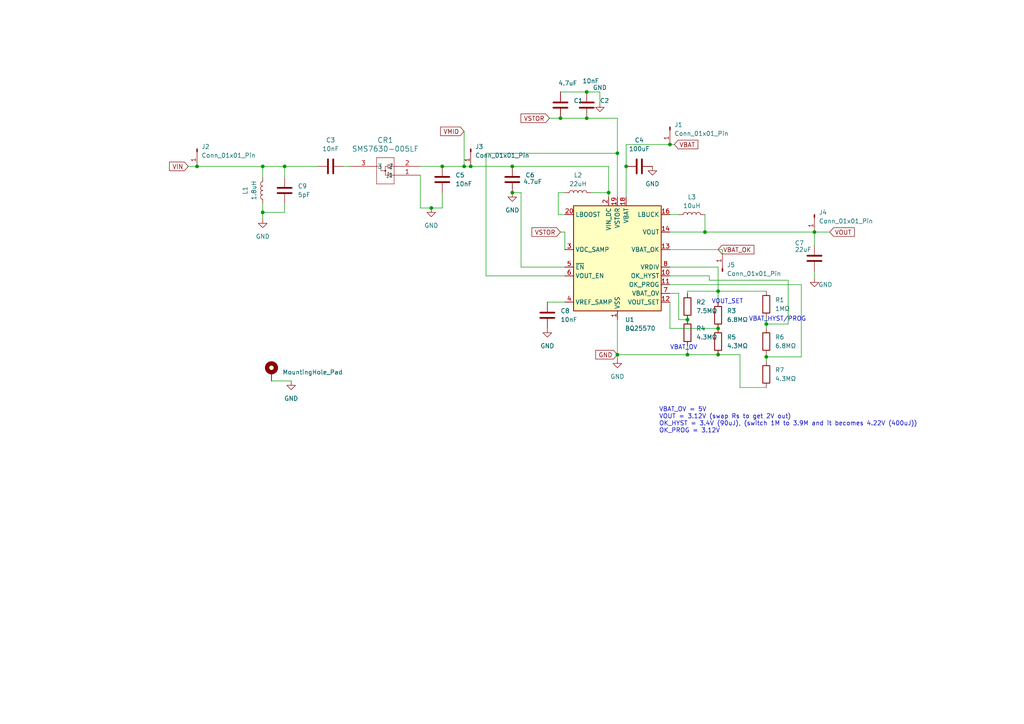
<source format=kicad_sch>
(kicad_sch (version 20231120) (generator "eeschema") (generator_version "8.0")
  (paper "A4")
  (lib_symbols
    (symbol "Battery_Management:BQ25570"
      (property "Reference" "U" (at -12.7 16.51 0))
      (property "Value" "BQ25570" (at 10.16 16.51 0))
      (symbol "BQ25570_0_1"
        (rectangle (start -12.7 15.24) (end 12.7 -15.24) (stroke (width 0.254)) (fill (type background)))
      )
      (symbol "BQ25570_1_1"
        (pin power_in line (at 0 -17.78 90) (length 2.54) (name "VSS") (number "1"))
        (pin input line (at 15.24 -5.08 180) (length 2.54) (name "OK_HYST") (number "10"))
        (pin input line (at 15.24 -7.62 180) (length 2.54) (name "OK_PROG") (number "11"))
        (pin input line (at 15.24 -12.7 180) (length 2.54) (name "VOUT_SET") (number "12"))
        (pin output line (at 15.24 2.54 180) (length 2.54) (name "VBAT_OK") (number "13"))
        (pin input line (at 15.24 7.62 180) (length 2.54) (name "VOUT") (number "14"))
        (pin passive line (at 0 -17.78 90) (length 2.54) hide (name "VSS") (number "15"))
        (pin passive line (at 15.24 12.7 180) (length 2.54) (name "LBUCK") (number "16"))
        (pin passive line (at 0 -17.78 90) (length 2.54) hide (name "VSS") (number "17"))
        (pin power_in line (at 2.54 17.78 270) (length 2.54) (name "VBAT") (number "18"))
        (pin power_out line (at 0 17.78 270) (length 2.54) (name "VSTOR") (number "19"))
        (pin power_in line (at -2.54 17.78 270) (length 2.54) (name "VIN_DC") (number "2"))
        (pin passive line (at -15.24 12.7 0) (length 2.54) (name "LBOOST") (number "20"))
        (pin passive line (at 0 -17.78 90) (length 2.54) hide (name "VSS") (number "21"))
        (pin input line (at -15.24 2.54 0) (length 2.54) (name "VOC_SAMP") (number "3"))
        (pin passive line (at -15.24 -12.7 0) (length 2.54) (name "VREF_SAMP") (number "4"))
        (pin input line (at -15.24 -2.54 0) (length 2.54) (name "~{EN}") (number "5"))
        (pin input line (at -15.24 -5.08 0) (length 2.54) (name "VOUT_EN") (number "6"))
        (pin input line (at 15.24 -10.16 180) (length 2.54) (name "VBAT_OV") (number "7"))
        (pin output line (at 15.24 -2.54 180) (length 2.54) (name "VRDIV") (number "8"))
        (pin passive line (at 0 -17.78 90) (length 2.54) hide (name "VSS") (number "9"))
      )
    )
    (symbol "Connector:Conn_01x01_Pin" (pin_names (offset 1.016) hide)
      (property "Reference" "J" (at 0 2.54 0))
      (property "Value" "Conn_01x01_Pin" (at 0 -2.54 0))
      (symbol "Conn_01x01_Pin_1_1"
        (polyline (pts (xy 1.27 0) (xy 0.8636 0)) (stroke (width 0.1524)))
        (rectangle (start 0.8636 0.127) (end 0 -0.127) (stroke (width 0.1524)) (fill (type outline)))
        (pin passive line (at 5.08 0 180) (length 3.81) (name "Pin_1") (number "1"))
      )
    )
    (symbol "Device:C" (pin_numbers hide) (pin_names (offset 0.254))
      (property "Reference" "C" (at 0.635 2.54 0))
      (property "Value" "C" (at 0.635 -2.54 0))
      (symbol "C_0_1"
        (polyline (pts (xy -2.032 -0.762) (xy 2.032 -0.762)) (stroke (width 0.508)))
        (polyline (pts (xy -2.032 0.762) (xy 2.032 0.762)) (stroke (width 0.508)))
      )
      (symbol "C_1_1"
        (pin passive line (at 0 3.81 270) (length 2.794) (name "~") (number "1"))
        (pin passive line (at 0 -3.81 90) (length 2.794) (name "~") (number "2"))
      )
    )
    (symbol "Device:L" (pin_numbers hide) (pin_names (offset 1.016) hide)
      (property "Reference" "L" (at -1.27 0 90))
      (property "Value" "L" (at 1.905 0 90))
      (symbol "L_0_1"
        (arc (start 0 -2.54) (mid 0.6323 -1.905) (end 0 -1.27))
        (arc (start 0 -1.27) (mid 0.6323 -0.635) (end 0 0))
        (arc (start 0 0) (mid 0.6323 0.635) (end 0 1.27))
        (arc (start 0 1.27) (mid 0.6323 1.905) (end 0 2.54))
      )
      (symbol "L_1_1"
        (pin passive line (at 0 3.81 270) (length 1.27) (name "1") (number "1"))
        (pin passive line (at 0 -3.81 90) (length 1.27) (name "2") (number "2"))
      )
    )
    (symbol "Device:R" (pin_numbers hide) (pin_names (offset 0))
      (property "Reference" "R" (at 2.032 0 90))
      (property "Value" "R" (at 0 0 90))
      (symbol "R_0_1"
        (rectangle (start -1.016 -2.54) (end 1.016 2.54) (stroke (width 0.254)))
      )
      (symbol "R_1_1"
        (pin passive line (at 0 3.81 270) (length 1.27) (name "~") (number "1"))
        (pin passive line (at 0 -3.81 90) (length 1.27) (name "~") (number "2"))
      )
    )
    (symbol "Mechanical:MountingHole_Pad" (pin_numbers hide) (pin_names (offset 1.016) hide)
      (property "Reference" "H" (at 0 6.35 0))
      (property "Value" "MountingHole_Pad" (at 0 4.445 0))
      (symbol "MountingHole_Pad_0_1"
        (circle (center 0 1.27) (radius 1.27) (stroke (width 1.27)))
      )
      (symbol "MountingHole_Pad_1_1"
        (pin input line (at 0 -2.54 90) (length 2.54) (name "1") (number "1"))
      )
    )
    (symbol "SMS7621-005LF:SMS7621-005LF" (pin_names (offset 0.254))
      (property "Reference" "CR" (at 10.16 7.62 0))
      (property "Value" "SMS7621-005LF" (at 10.16 5.08 0))
      (symbol "SMS7621-005LF_0_1"
        (polyline (pts (xy 7.62 -5.08) (xy 12.7 -5.08)) (stroke (width 0.127)))
        (polyline (pts (xy 7.62 -2.54) (xy 8.382 -2.54)) (stroke (width 0.127)))
        (polyline (pts (xy 7.62 0) (xy 8.382 0)) (stroke (width 0.127)))
        (polyline (pts (xy 7.62 2.54) (xy 7.62 -5.08)) (stroke (width 0.127)))
        (polyline (pts (xy 8.128 -3.048) (xy 8.128 -3.302)) (stroke (width 0.127)))
        (polyline (pts (xy 8.382 -3.302) (xy 8.128 -3.302)) (stroke (width 0.127)))
        (polyline (pts (xy 8.382 -3.302) (xy 8.382 -1.778)) (stroke (width 0.127)))
        (polyline (pts (xy 8.382 -2.54) (xy 9.398 -2.032)) (stroke (width 0.127)))
        (polyline (pts (xy 8.382 -1.778) (xy 8.636 -1.778)) (stroke (width 0.127)))
        (polyline (pts (xy 8.382 -0.508) (xy 8.382 0.508)) (stroke (width 0.127)))
        (polyline (pts (xy 8.382 0.508) (xy 9.398 0)) (stroke (width 0.127)))
        (polyline (pts (xy 8.636 -2.032) (xy 8.636 -1.778)) (stroke (width 0.127)))
        (polyline (pts (xy 9.144 -0.508) (xy 9.144 -0.762)) (stroke (width 0.127)))
        (polyline (pts (xy 9.398 -3.048) (xy 8.382 -2.54)) (stroke (width 0.127)))
        (polyline (pts (xy 9.398 -2.032) (xy 9.398 -3.048)) (stroke (width 0.127)))
        (polyline (pts (xy 9.398 -0.762) (xy 9.144 -0.762)) (stroke (width 0.127)))
        (polyline (pts (xy 9.398 0) (xy 8.382 -0.508)) (stroke (width 0.127)))
        (polyline (pts (xy 9.398 0.762) (xy 9.398 -0.762)) (stroke (width 0.127)))
        (polyline (pts (xy 9.398 0.762) (xy 9.652 0.762)) (stroke (width 0.127)))
        (polyline (pts (xy 9.652 0.508) (xy 9.652 0.762)) (stroke (width 0.127)))
        (polyline (pts (xy 10.16 -2.54) (xy 9.398 -2.54)) (stroke (width 0.127)))
        (polyline (pts (xy 10.16 0) (xy 9.398 0)) (stroke (width 0.127)))
        (polyline (pts (xy 10.16 0) (xy 10.16 -2.54)) (stroke (width 0.127)))
        (polyline (pts (xy 11.43 -1.27) (xy 10.16 -1.27)) (stroke (width 0.127)))
        (polyline (pts (xy 11.43 -1.27) (xy 11.43 -2.54)) (stroke (width 0.127)))
        (polyline (pts (xy 12.7 -5.08) (xy 12.7 2.54)) (stroke (width 0.127)))
        (polyline (pts (xy 12.7 -2.54) (xy 11.43 -2.54)) (stroke (width 0.127)))
        (polyline (pts (xy 12.7 2.54) (xy 7.62 2.54)) (stroke (width 0.127)))
        (circle (center 10.16 -1.27) (radius 0.127) (stroke (width 0.254)))
        (pin unspecified line (at 0 0 0) (length 7.62) (name "1") (number "1"))
        (pin unspecified line (at 0 -2.54 0) (length 7.62) (name "2") (number "2"))
        (pin unspecified line (at 20.32 -2.54 180) (length 7.62) (name "3") (number "3"))
      )
    )
    (symbol "power:GND" (power) (pin_names (offset 0))
      (property "Value" "GND" (at 0 -3.81 0))
      (symbol "GND_0_1"
        (polyline (pts (xy 0 0) (xy 0 -1.27) (xy 1.27 -1.27) (xy 0 -2.54) (xy -1.27 -1.27) (xy 0 -1.27)))
      )
      (symbol "GND_1_1"
        (pin power_in line (at 0 0 270) (length 0) hide (name "GND") (number "1"))
      )
    )
  )
  (junction (at 179.07 44.45))
  (junction (at 176.53 55.88))
  (junction (at 148.59 48.26))
  (junction (at 125.095 60.325))
  (junction (at 148.59 55.88))
  (junction (at 208.28 102.87))
  (junction (at 136.525 48.26))
  (junction (at 199.39 92.71))
  (junction (at 194.31 41.91))
  (junction (at 128.27 48.26))
  (junction (at 170.18 34.29))
  (junction (at 134.62 48.26))
  (junction (at 162.56 34.29))
  (junction (at 76.2 48.26))
  (junction (at 179.07 102.87))
  (junction (at 222.25 103.505))
  (junction (at 57.15 48.26))
  (junction (at 170.18 26.67))
  (junction (at 208.28 95.25))
  (junction (at 236.22 67.31))
  (junction (at 76.2 61.595))
  (junction (at 82.55 48.26))
  (junction (at 222.25 93.98))
  (junction (at 208.28 84.455))
  (junction (at 199.39 102.87))
  (junction (at 181.61 48.26))
  (junction (at 204.47 67.31))
  (wire (pts (xy 205.74 80.01) (xy 205.74 81.28)))
  (wire (pts (xy 194.31 72.39) (xy 209.55 72.39)))
  (wire (pts (xy 199.39 102.87) (xy 208.28 102.87)))
  (wire (pts (xy 163.83 67.31) (xy 163.83 72.39)))
  (wire (pts (xy 121.92 60.325) (xy 125.095 60.325)))
  (wire (pts (xy 214.63 112.395) (xy 222.25 112.395)))
  (wire (pts (xy 181.61 41.91) (xy 194.31 41.91)))
  (wire (pts (xy 161.925 55.88) (xy 163.83 55.88)))
  (wire (pts (xy 162.56 67.31) (xy 163.83 67.31)))
  (wire (pts (xy 78.74 110.49) (xy 84.455 110.49)))
  (wire (pts (xy 161.925 62.23) (xy 163.83 62.23)))
  (wire (pts (xy 208.28 87.63) (xy 208.28 84.455)))
  (wire (pts (xy 179.07 44.45) (xy 179.07 57.15)))
  (wire (pts (xy 148.59 48.26) (xy 176.53 48.26)))
  (wire (pts (xy 82.55 48.26) (xy 92.075 48.26)))
  (wire (pts (xy 82.55 61.595) (xy 76.2 61.595)))
  (wire (pts (xy 76.2 48.26) (xy 76.2 51.435)))
  (wire (pts (xy 179.07 34.29) (xy 170.18 34.29)))
  (wire (pts (xy 222.25 103.505) (xy 222.25 104.775)))
  (wire (pts (xy 204.47 67.31) (xy 194.31 67.31)))
  (wire (pts (xy 208.28 84.455) (xy 208.28 77.47)))
  (wire (pts (xy 151.13 77.47) (xy 163.83 77.47)))
  (wire (pts (xy 128.27 48.26) (xy 134.62 48.26)))
  (wire (pts (xy 222.25 93.98) (xy 222.25 95.25)))
  (wire (pts (xy 196.85 92.71) (xy 199.39 92.71)))
  (wire (pts (xy 199.39 84.455) (xy 208.28 84.455)))
  (wire (pts (xy 173.99 26.67) (xy 173.99 29.845)))
  (wire (pts (xy 179.07 102.87) (xy 199.39 102.87)))
  (wire (pts (xy 194.31 87.63) (xy 194.31 95.25)))
  (wire (pts (xy 158.75 87.63) (xy 163.83 87.63)))
  (wire (pts (xy 162.56 34.29) (xy 170.18 34.29)))
  (wire (pts (xy 232.41 103.505) (xy 222.25 103.505)))
  (wire (pts (xy 214.63 102.87) (xy 208.28 102.87)))
  (wire (pts (xy 136.525 48.26) (xy 148.59 48.26)))
  (wire (pts (xy 57.15 48.26) (xy 76.2 48.26)))
  (wire (pts (xy 228.6 81.28) (xy 228.6 93.98)))
  (wire (pts (xy 176.53 48.26) (xy 176.53 55.88)))
  (wire (pts (xy 236.22 67.31) (xy 240.665 67.31)))
  (wire (pts (xy 228.6 93.98) (xy 222.25 93.98)))
  (wire (pts (xy 208.28 84.455) (xy 222.25 84.455)))
  (wire (pts (xy 179.07 102.87) (xy 179.07 104.14)))
  (wire (pts (xy 194.31 41.91) (xy 195.58 41.91)))
  (wire (pts (xy 125.095 60.325) (xy 128.27 60.325)))
  (wire (pts (xy 121.92 48.26) (xy 128.27 48.26)))
  (wire (pts (xy 204.47 62.23) (xy 204.47 67.31)))
  (wire (pts (xy 194.31 82.55) (xy 232.41 82.55)))
  (wire (pts (xy 134.62 38.1) (xy 134.62 48.26)))
  (wire (pts (xy 209.55 72.39) (xy 209.55 73.66)))
  (wire (pts (xy 159.385 34.29) (xy 162.56 34.29)))
  (wire (pts (xy 214.63 112.395) (xy 214.63 102.87)))
  (wire (pts (xy 199.39 100.33) (xy 199.39 102.87)))
  (wire (pts (xy 204.47 67.31) (xy 236.22 67.31)))
  (wire (pts (xy 140.97 44.45) (xy 179.07 44.45)))
  (wire (pts (xy 99.695 48.26) (xy 101.6 48.26)))
  (wire (pts (xy 194.31 85.09) (xy 196.85 85.09)))
  (wire (pts (xy 76.2 59.055) (xy 76.2 61.595)))
  (wire (pts (xy 162.56 26.67) (xy 170.18 26.67)))
  (wire (pts (xy 194.31 95.25) (xy 208.28 95.25)))
  (wire (pts (xy 199.39 85.09) (xy 199.39 84.455)))
  (wire (pts (xy 194.31 62.23) (xy 196.85 62.23)))
  (wire (pts (xy 171.45 55.88) (xy 176.53 55.88)))
  (wire (pts (xy 140.97 80.01) (xy 140.97 44.45)))
  (wire (pts (xy 170.18 26.67) (xy 173.99 26.67)))
  (wire (pts (xy 181.61 48.26) (xy 181.61 41.91)))
  (wire (pts (xy 222.25 92.075) (xy 222.25 93.98)))
  (wire (pts (xy 82.55 48.26) (xy 82.55 51.435)))
  (wire (pts (xy 236.22 78.74) (xy 236.22 80.645)))
  (wire (pts (xy 208.28 77.47) (xy 194.31 77.47)))
  (wire (pts (xy 236.22 67.31) (xy 236.22 71.12)))
  (wire (pts (xy 161.925 62.23) (xy 161.925 55.88)))
  (wire (pts (xy 82.55 59.055) (xy 82.55 61.595)))
  (wire (pts (xy 128.27 60.325) (xy 128.27 55.88)))
  (wire (pts (xy 179.07 92.71) (xy 179.07 102.87)))
  (wire (pts (xy 194.31 80.01) (xy 205.74 80.01)))
  (wire (pts (xy 176.53 57.15) (xy 176.53 55.88)))
  (wire (pts (xy 76.2 48.26) (xy 82.55 48.26)))
  (wire (pts (xy 54.61 48.26) (xy 57.15 48.26)))
  (wire (pts (xy 121.92 50.8) (xy 121.92 60.325)))
  (wire (pts (xy 76.2 61.595) (xy 76.2 63.5)))
  (wire (pts (xy 205.74 81.28) (xy 228.6 81.28)))
  (wire (pts (xy 140.97 80.01) (xy 163.83 80.01)))
  (wire (pts (xy 196.85 85.09) (xy 196.85 92.71)))
  (wire (pts (xy 222.25 102.87) (xy 222.25 103.505)))
  (wire (pts (xy 151.13 77.47) (xy 151.13 55.88)))
  (wire (pts (xy 148.59 55.88) (xy 151.13 55.88)))
  (wire (pts (xy 179.07 44.45) (xy 179.07 34.29)))
  (wire (pts (xy 181.61 48.26) (xy 181.61 57.15)))
  (wire (pts (xy 134.62 48.26) (xy 136.525 48.26)))
  (wire (pts (xy 232.41 82.55) (xy 232.41 103.505)))
  (text "VOUT_SET" (at 206.375 88.265 0) (effects (font (size 1.27 1.27)) (justify left bottom)))
  (text "VBAT_HYST/PROG" (at 217.17 93.345 0) (effects (font (size 1.27 1.27)) (justify left bottom)))
  (text "VBAT_OV" (at 194.31 101.6 0) (effects (font (size 1.27 1.27)) (justify left bottom)))
  (text "VBAT_OV = 5V\nVOUT = 3.12V (swap Rs to get 2V out)\nOK_HYST = 3.4V (90uJ), (switch 1M to 3.9M and it becomes 4.22V (400uJ))\nOK_PROG = 3.12V\n" (at 191.135 125.73 0) (effects (font (size 1.27 1.27)) (justify left bottom)))
  (global_label "VSTOR" (shape input) (at 162.56 67.31 180) (property "Intersheetrefs" "${INTERSHEET_REFS}" (effects (hide yes))))
  (global_label "VIN" (shape input) (at 54.61 48.26 180) (property "Intersheetrefs" "${INTERSHEET_REFS}" (effects (hide yes))))
  (global_label "VSTOR" (shape input) (at 159.385 34.29 180) (property "Intersheetrefs" "${INTERSHEET_REFS}" (effects (hide yes))))
  (global_label "VBAT_OK" (shape input) (at 208.28 72.39 0) (property "Intersheetrefs" "${INTERSHEET_REFS}" (effects (hide yes))))
  (global_label "VMID" (shape input) (at 134.62 38.1 180) (property "Intersheetrefs" "${INTERSHEET_REFS}" (effects (hide yes))))
  (global_label "VBAT" (shape input) (at 195.58 41.91 0) (property "Intersheetrefs" "${INTERSHEET_REFS}" (effects (hide yes))))
  (global_label "GND" (shape input) (at 179.07 102.87 180) (property "Intersheetrefs" "${INTERSHEET_REFS}" (effects (hide yes))))
  (global_label "VOUT" (shape input) (at 240.665 67.31 0) (property "Intersheetrefs" "${INTERSHEET_REFS}" (effects (hide yes))))
  (symbol (lib_id "Device:R") (at 208.28 91.44 0) (unit 1)
    (property "Reference" "R3" (at 210.82 90.17 0) (effects (justify left)))
    (property "Value" "6.8MΩ" (at 210.82 92.71 0) (effects (justify left)))
    (property "Footprint" "Resistor_SMD:R_0402_1005Metric" (effects (hide yes)))
  )
  (symbol (lib_id "Device:C") (at 162.56 30.48 0) (unit 1)
    (property "Reference" "C1" (at 166.37 29.21 0) (effects (justify left)))
    (property "Value" "4.7uF" (at 161.925 24.13 0) (effects (justify left)))
    (property "Footprint" "Capacitor_SMD:C_0402_1005Metric" (effects (hide yes)))
  )
  (symbol (lib_id "Device:R") (at 199.39 88.9 0) (unit 1)
    (property "Reference" "R2" (at 201.93 87.63 0) (effects (justify left)))
    (property "Value" "7.5MΩ" (at 201.93 90.17 0) (effects (justify left)))
    (property "Footprint" "Resistor_SMD:R_0402_1005Metric" (effects (hide yes)))
  )
  (symbol (lib_id "power:GND") (at 158.75 95.25 0) (unit 1)
    (property "Reference" "#PWR07" (effects (hide yes)))
    (property "Value" "GND" (at 158.75 100.33 0))
  )
  (symbol (lib_id "Device:R") (at 222.25 108.585 0) (unit 1)
    (property "Reference" "R7" (at 224.79 107.315 0) (effects (justify left)))
    (property "Value" "4.3MΩ" (at 224.79 109.855 0) (effects (justify left)))
    (property "Footprint" "Resistor_SMD:R_0402_1005Metric" (effects (hide yes)))
  )
  (symbol (lib_id "Device:C") (at 82.55 55.245 180) (unit 1)
    (property "Reference" "C9" (at 86.36 53.9749 0) (effects (justify right)))
    (property "Value" "5pF" (at 86.36 56.5149 0) (effects (justify right)))
    (property "Footprint" "Capacitor_SMD:C_0402_1005Metric" (effects (hide yes)))
  )
  (symbol (lib_id "Connector:Conn_01x01_Pin") (at 136.525 43.18 270) (unit 1)
    (property "Reference" "J3" (at 137.795 42.545 90) (effects (justify left)))
    (property "Value" "Conn_01x01_Pin" (at 137.795 45.085 90) (effects (justify left)))
    (property "Footprint" "TestPoint:TestPoint_Pad_D1.0mm" (effects (hide yes)))
  )
  (symbol (lib_id "SMS7621-005LF:SMS7621-005LF") (at 121.92 50.8 180) (unit 1)
    (property "Reference" "CR1" (at 111.76 40.64 0) (effects (font (size 1.524 1.524))))
    (property "Value" "SMS7630-005LF" (at 111.76 43.18 0) (effects (font (size 1.524 1.524))))
    (property "Footprint" "SMS7621-005LF:SOT-23_SKY" (effects (hide yes)))
    (property "Datasheet" "SMS7621-005LF" (effects (hide yes)))
  )
  (symbol (lib_id "power:GND") (at 236.22 80.645 0) (unit 1)
    (property "Reference" "#PWR06" (effects (hide yes)))
    (property "Value" "GND" (at 239.395 82.55 0))
  )
  (symbol (lib_id "power:GND") (at 189.23 48.26 0) (unit 1)
    (property "Reference" "#PWR02" (effects (hide yes)))
    (property "Value" "GND" (at 189.23 53.34 0))
  )
  (symbol (lib_id "Device:C") (at 158.75 91.44 0) (unit 1)
    (property "Reference" "C8" (at 162.56 90.17 0) (effects (justify left)))
    (property "Value" "10nF" (at 162.56 92.71 0) (effects (justify left)))
    (property "Footprint" "Capacitor_SMD:C_0402_1005Metric" (effects (hide yes)))
  )
  (symbol (lib_id "Device:R") (at 222.25 88.265 0) (unit 1)
    (property "Reference" "R1" (at 224.79 86.995 0) (effects (justify left)))
    (property "Value" "1MΩ" (at 224.79 89.535 0) (effects (justify left)))
    (property "Footprint" "Resistor_SMD:R_0402_1005Metric" (effects (hide yes)))
  )
  (symbol (lib_id "power:GND") (at 148.59 55.88 0) (unit 1)
    (property "Reference" "#PWR03" (effects (hide yes)))
    (property "Value" "GND" (at 148.59 60.96 0))
  )
  (symbol (lib_id "Device:C") (at 95.885 48.26 90) (unit 1)
    (property "Reference" "C3" (at 95.885 40.64 90))
    (property "Value" "10nF" (at 95.885 43.18 90))
    (property "Footprint" "Capacitor_SMD:C_0402_1005Metric" (effects (hide yes)))
  )
  (symbol (lib_id "Battery_Management:BQ25570") (at 179.07 74.93 0) (unit 1)
    (property "Reference" "U1" (at 181.2641 92.71 0) (effects (justify left)))
    (property "Value" "BQ25570" (at 181.2641 95.25 0) (effects (justify left)))
    (property "Footprint" "Package_DFN_QFN:QFN-20-1EP_3.5x3.5mm_P0.5mm_EP2x2mm" (effects (hide yes)))
    (property "Datasheet" "http://www.ti.com/lit/ds/symlink/bq25570.pdf" (effects (hide yes)))
  )
  (symbol (lib_id "power:GND") (at 84.455 110.49 0) (unit 1)
    (property "Reference" "#PWR09" (effects (hide yes)))
    (property "Value" "GND" (at 84.455 115.57 0))
  )
  (symbol (lib_id "power:GND") (at 125.095 60.325 0) (unit 1)
    (property "Reference" "#PWR04" (effects (hide yes)))
    (property "Value" "GND" (at 125.095 65.405 0))
  )
  (symbol (lib_id "Device:R") (at 199.39 96.52 0) (unit 1)
    (property "Reference" "R4" (at 201.93 95.25 0) (effects (justify left)))
    (property "Value" "4.3MΩ" (at 201.93 97.79 0) (effects (justify left)))
    (property "Footprint" "Resistor_SMD:R_0402_1005Metric" (effects (hide yes)))
  )
  (symbol (lib_id "power:GND") (at 179.07 104.14 0) (unit 1)
    (property "Reference" "#PWR08" (effects (hide yes)))
    (property "Value" "GND" (at 179.07 109.22 0))
  )
  (symbol (lib_id "Device:C") (at 236.22 74.93 0) (unit 1)
    (property "Reference" "C7" (at 230.505 70.485 0) (effects (justify left)))
    (property "Value" "22uF" (at 230.505 72.39 0) (effects (justify left)))
    (property "Footprint" "Capacitor_SMD:C_0603_1608Metric" (effects (hide yes)))
  )
  (symbol (lib_id "Device:C") (at 185.42 48.26 90) (unit 1)
    (property "Reference" "C4" (at 185.42 40.64 90))
    (property "Value" "100uF" (at 185.42 43.18 90))
    (property "Footprint" "Capacitor_SMD:C_0805_2012Metric" (effects (hide yes)))
  )
  (symbol (lib_id "Connector:Conn_01x01_Pin") (at 236.22 62.23 270) (unit 1)
    (property "Reference" "J4" (at 237.49 61.595 90) (effects (justify left)))
    (property "Value" "Conn_01x01_Pin" (at 237.49 64.135 90) (effects (justify left)))
    (property "Footprint" "TestPoint:TestPoint_Pad_D1.0mm" (effects (hide yes)))
  )
  (symbol (lib_id "power:GND") (at 76.2 63.5 0) (unit 1)
    (property "Reference" "#PWR05" (effects (hide yes)))
    (property "Value" "GND" (at 76.2 68.58 0))
  )
  (symbol (lib_id "Device:C") (at 170.18 30.48 0) (unit 1)
    (property "Reference" "C2" (at 173.99 29.21 0) (effects (justify left)))
    (property "Value" "10nF" (at 168.91 23.495 0) (effects (justify left)))
    (property "Footprint" "Capacitor_SMD:C_0402_1005Metric" (effects (hide yes)))
  )
  (symbol (lib_id "Device:R") (at 208.28 99.06 0) (unit 1)
    (property "Reference" "R5" (at 210.82 97.79 0) (effects (justify left)))
    (property "Value" "4.3MΩ" (at 210.82 100.33 0) (effects (justify left)))
    (property "Footprint" "Resistor_SMD:R_0402_1005Metric" (effects (hide yes)))
  )
  (symbol (lib_id "Device:C") (at 128.27 52.07 180) (unit 1)
    (property "Reference" "C5" (at 132.08 50.8 0) (effects (justify right)))
    (property "Value" "10nF" (at 132.08 53.34 0) (effects (justify right)))
    (property "Footprint" "Capacitor_SMD:C_0402_1005Metric" (effects (hide yes)))
  )
  (symbol (lib_id "Mechanical:MountingHole_Pad") (at 78.74 107.95 0) (unit 1)
    (property "Reference" "H1" (effects (hide yes)))
    (property "Value" "MountingHole_Pad" (at 81.915 107.95 0) (effects (justify left)))
    (property "Footprint" "TestPoint:TestPoint_Pad_D1.0mm" (effects (hide yes)))
  )
  (symbol (lib_id "Connector:Conn_01x01_Pin") (at 57.15 43.18 270) (unit 1)
    (property "Reference" "J2" (at 58.42 42.545 90) (effects (justify left)))
    (property "Value" "Conn_01x01_Pin" (at 58.42 45.085 90) (effects (justify left)))
    (property "Footprint" "TestPoint:TestPoint_Pad_D1.0mm" (effects (hide yes)))
  )
  (symbol (lib_id "Connector:Conn_01x01_Pin") (at 209.55 78.74 90) (unit 1)
    (property "Reference" "J5" (at 210.82 76.835 90) (effects (justify right)))
    (property "Value" "Conn_01x01_Pin" (at 210.82 79.375 90) (effects (justify right)))
    (property "Footprint" "TestPoint:TestPoint_Pad_D1.0mm" (effects (hide yes)))
  )
  (symbol (lib_id "power:GND") (at 173.99 29.845 0) (unit 1)
    (property "Reference" "#PWR01" (effects (hide yes)))
    (property "Value" "GND" (at 173.99 25.4 0))
  )
  (symbol (lib_id "Device:L") (at 167.64 55.88 90) (unit 1)
    (property "Reference" "L2" (at 167.64 50.8 90))
    (property "Value" "22uH" (at 167.64 53.34 90))
    (property "Footprint" "Inductor_SMD:L_1008_2520Metric" (effects (hide yes)))
  )
  (symbol (lib_id "Connector:Conn_01x01_Pin") (at 194.31 36.83 270) (unit 1)
    (property "Reference" "J1" (at 195.58 36.195 90) (effects (justify left)))
    (property "Value" "Conn_01x01_Pin" (at 195.58 38.735 90) (effects (justify left)))
    (property "Footprint" "TestPoint:TestPoint_Pad_D1.0mm" (effects (hide yes)))
  )
  (symbol (lib_id "Device:C") (at 148.59 52.07 0) (unit 1)
    (property "Reference" "C6" (at 152.4 50.8 0) (effects (justify left)))
    (property "Value" "4.7uF" (at 151.765 52.705 0) (effects (justify left)))
    (property "Footprint" "Capacitor_SMD:C_0402_1005Metric" (effects (hide yes)))
  )
  (symbol (lib_id "Device:L") (at 200.66 62.23 90) (unit 1)
    (property "Reference" "L3" (at 200.66 57.15 90))
    (property "Value" "10uH" (at 200.66 59.69 90))
    (property "Footprint" "Inductor_SMD:L_0805_2012Metric" (effects (hide yes)))
  )
  (symbol (lib_id "Device:R") (at 222.25 99.06 0) (unit 1)
    (property "Reference" "R6" (at 224.79 97.79 0) (effects (justify left)))
    (property "Value" "6.8MΩ" (at 224.79 100.33 0) (effects (justify left)))
    (property "Footprint" "Resistor_SMD:R_0402_1005Metric" (effects (hide yes)))
  )
  (symbol (lib_id "Device:L") (at 76.2 55.245 0) (mirror y) (unit 1)
    (property "Reference" "L1" (at 71.12 55.245 90))
    (property "Value" "1.8uH" (at 73.66 55.245 90))
    (property "Footprint" "Inductor_SMD:L_0805_2012Metric" (effects (hide yes)))
  )
)
</source>
